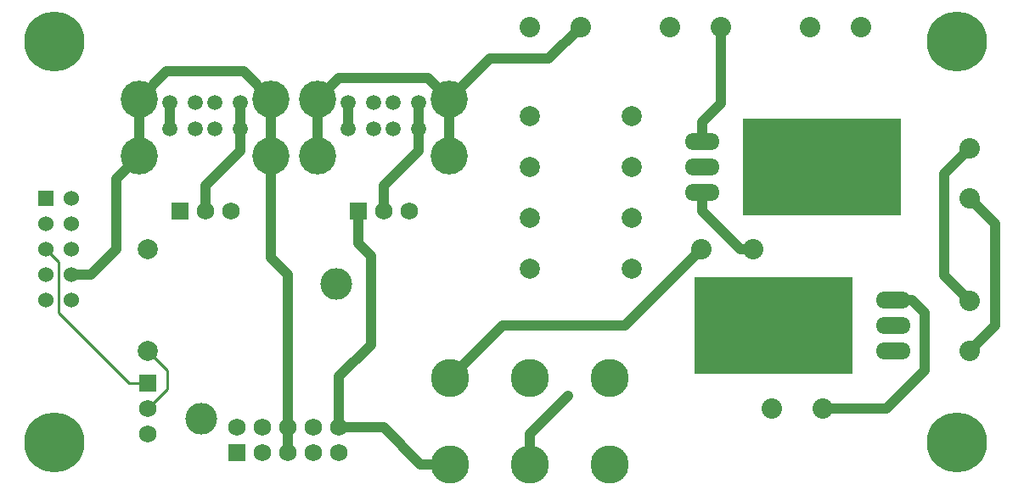
<source format=gtl>
%FSLAX36Y36*%
G04 Gerber Fmt 3.6, Leading zero omitted, Abs format (unit inch)*
G04 Created by KiCad (PCBNEW (2014-jul-16 BZR unknown)-product) date Tue 13 Jan 2015 03:42:58 PM PST*
%MOIN*%
G01*
G04 APERTURE LIST*
%ADD10C,0.003937*%
%ADD11C,0.236220*%
%ADD12R,0.068000X0.068000*%
%ADD13C,0.068000*%
%ADD14R,0.060000X0.060000*%
%ADD15C,0.060000*%
%ADD16C,0.080000*%
%ADD17O,0.137800X0.066900*%
%ADD18R,0.620000X0.380000*%
%ADD19C,0.078700*%
%ADD20C,0.150000*%
%ADD21C,0.059055*%
%ADD22C,0.145669*%
%ADD23C,0.125000*%
%ADD24C,0.035000*%
%ADD25C,0.040000*%
%ADD26C,0.010000*%
G04 APERTURE END LIST*
D10*
D11*
X4133858Y-4133858D03*
X7677165Y-4133858D03*
X4133858Y-5708661D03*
X7677165Y-5708661D03*
D12*
X4500000Y-5475000D03*
D13*
X4500000Y-5575000D03*
X4500000Y-5675000D03*
D14*
X4100000Y-4750000D03*
D15*
X4200000Y-4750000D03*
X4100000Y-4850000D03*
X4200000Y-4850000D03*
X4100000Y-4950000D03*
X4200000Y-4950000D03*
X4100000Y-5050000D03*
X4200000Y-5050000D03*
X4100000Y-5150000D03*
X4200000Y-5150000D03*
D16*
X7298425Y-4075000D03*
X7101575Y-4075000D03*
X6748425Y-4075000D03*
X6551575Y-4075000D03*
X6198425Y-4075000D03*
X6001575Y-4075000D03*
X7725000Y-4748425D03*
X7725000Y-4551575D03*
X7725000Y-5348425D03*
X7725000Y-5151575D03*
D17*
X6675000Y-4625000D03*
X6675000Y-4525000D03*
X6675000Y-4725000D03*
D18*
X7145000Y-4625000D03*
D17*
X7425000Y-5250000D03*
X7425000Y-5350000D03*
X7425000Y-5150000D03*
D18*
X6955000Y-5250000D03*
D19*
X4500000Y-5350000D03*
X4500000Y-4950000D03*
D16*
X6875500Y-4950000D03*
X6674500Y-4950000D03*
X7150500Y-5575000D03*
X6949500Y-5575000D03*
D20*
X6000000Y-5795000D03*
X6000000Y-5455000D03*
X6312000Y-5795000D03*
X5688000Y-5455000D03*
X6312000Y-5455000D03*
X5688000Y-5795000D03*
D21*
X5287205Y-4475000D03*
X5385630Y-4475000D03*
X5464370Y-4475000D03*
X5562795Y-4475000D03*
X5287205Y-4371850D03*
X5385630Y-4371850D03*
X5464370Y-4371850D03*
X5562795Y-4371850D03*
D22*
X5166339Y-4581693D03*
X5683661Y-4581693D03*
X5166339Y-4358071D03*
X5683661Y-4358071D03*
D19*
X6000000Y-5025000D03*
X6400000Y-5025000D03*
X6000000Y-4825000D03*
X6400000Y-4825000D03*
X6000000Y-4625000D03*
X6400000Y-4625000D03*
X6000000Y-4425000D03*
X6400000Y-4425000D03*
D13*
X4850000Y-5650000D03*
X4950000Y-5650000D03*
X5050000Y-5650000D03*
X5150000Y-5650000D03*
X5250000Y-5650000D03*
D12*
X4850000Y-5750000D03*
D13*
X4950000Y-5750000D03*
X5050000Y-5750000D03*
X5150000Y-5750000D03*
X5250000Y-5750000D03*
D23*
X4710000Y-5615000D03*
X5240000Y-5085000D03*
D12*
X5325000Y-4800000D03*
D13*
X5425000Y-4800000D03*
X5525000Y-4800000D03*
D12*
X4625000Y-4800000D03*
D13*
X4725000Y-4800000D03*
X4825000Y-4800000D03*
D21*
X4587205Y-4475000D03*
X4685630Y-4475000D03*
X4764370Y-4475000D03*
X4862795Y-4475000D03*
X4587205Y-4371850D03*
X4685630Y-4371850D03*
X4764370Y-4371850D03*
X4862795Y-4371850D03*
D22*
X4466339Y-4581693D03*
X4983661Y-4581693D03*
X4466339Y-4358071D03*
X4983661Y-4358071D03*
D24*
X6150000Y-5525000D03*
D25*
X7725000Y-4551575D02*
X7625000Y-4651575D01*
X7625000Y-5051575D02*
X7725000Y-5151575D01*
X7625000Y-4651575D02*
X7625000Y-5051575D01*
X7425000Y-5150000D02*
X7500000Y-5150000D01*
X7400000Y-5575000D02*
X7150500Y-5575000D01*
X7550000Y-5425000D02*
X7400000Y-5575000D01*
X7550000Y-5200000D02*
X7550000Y-5425000D01*
X7500000Y-5150000D02*
X7550000Y-5200000D01*
X5250000Y-5650000D02*
X5250000Y-5450000D01*
X5325000Y-4925000D02*
X5325000Y-4800000D01*
X5375000Y-4975000D02*
X5325000Y-4925000D01*
X5375000Y-5325000D02*
X5375000Y-4975000D01*
X5250000Y-5450000D02*
X5375000Y-5325000D01*
X5688000Y-5795000D02*
X5570000Y-5795000D01*
X5425000Y-5650000D02*
X5250000Y-5650000D01*
X5570000Y-5795000D02*
X5425000Y-5650000D01*
X7725000Y-4748425D02*
X7825000Y-4848425D01*
X7825000Y-5248425D02*
X7725000Y-5348425D01*
X7825000Y-4848425D02*
X7825000Y-5248425D01*
D26*
X4500000Y-5575000D02*
X4575000Y-5500000D01*
X4575000Y-5425000D02*
X4500000Y-5350000D01*
X4575000Y-5500000D02*
X4575000Y-5425000D01*
X4100000Y-4950000D02*
X4150000Y-5000000D01*
X4425000Y-5475000D02*
X4500000Y-5475000D01*
X4150000Y-5200000D02*
X4425000Y-5475000D01*
X4150000Y-5000000D02*
X4150000Y-5200000D01*
D25*
X5683661Y-4358071D02*
X5600591Y-4275000D01*
X5249409Y-4275000D02*
X5166339Y-4358071D01*
X5600591Y-4275000D02*
X5249409Y-4275000D01*
X4983661Y-4358071D02*
X4875591Y-4250000D01*
X4574409Y-4250000D02*
X4466339Y-4358071D01*
X4875591Y-4250000D02*
X4574409Y-4250000D01*
X5683661Y-4358071D02*
X5841732Y-4200000D01*
X6073425Y-4200000D02*
X6198425Y-4075000D01*
X5841732Y-4200000D02*
X6073425Y-4200000D01*
X5050000Y-5650000D02*
X5050000Y-5050000D01*
X4983661Y-4983661D02*
X4983661Y-4581693D01*
X5050000Y-5050000D02*
X4983661Y-4983661D01*
X5050000Y-5750000D02*
X5050000Y-5650000D01*
X5425000Y-4800000D02*
X5425000Y-4700000D01*
X5562795Y-4562205D02*
X5562795Y-4475000D01*
X5425000Y-4700000D02*
X5562795Y-4562205D01*
X4725000Y-4800000D02*
X4725000Y-4700000D01*
X4862795Y-4562205D02*
X4862795Y-4475000D01*
X4725000Y-4700000D02*
X4862795Y-4562205D01*
X5562795Y-4475000D02*
X5562795Y-4371850D01*
X4862795Y-4475000D02*
X4862795Y-4371850D01*
X4200000Y-5050000D02*
X4275000Y-5050000D01*
X4375000Y-4673031D02*
X4466339Y-4581693D01*
X4375000Y-4950000D02*
X4375000Y-4673031D01*
X4275000Y-5050000D02*
X4375000Y-4950000D01*
X6675000Y-4525000D02*
X6675000Y-4450000D01*
X6748425Y-4376575D02*
X6748425Y-4075000D01*
X6675000Y-4450000D02*
X6748425Y-4376575D01*
X4466339Y-4581693D02*
X4466339Y-4358071D01*
X4983661Y-4581693D02*
X4983661Y-4358071D01*
X5166339Y-4581693D02*
X5166339Y-4358071D01*
X5683661Y-4581693D02*
X5683661Y-4358071D01*
X6875500Y-4950000D02*
X6825000Y-4950000D01*
X6675000Y-4800000D02*
X6675000Y-4725000D01*
X6825000Y-4950000D02*
X6675000Y-4800000D01*
X5688000Y-5455000D02*
X5893000Y-5250000D01*
X6374500Y-5250000D02*
X6674500Y-4950000D01*
X5893000Y-5250000D02*
X6374500Y-5250000D01*
X6000000Y-5675000D02*
X6000000Y-5795000D01*
X6150000Y-5525000D02*
X6000000Y-5675000D01*
X4587205Y-4475000D02*
X4587205Y-4371850D01*
X5287205Y-4475000D02*
X5287205Y-4371850D01*
M02*

</source>
